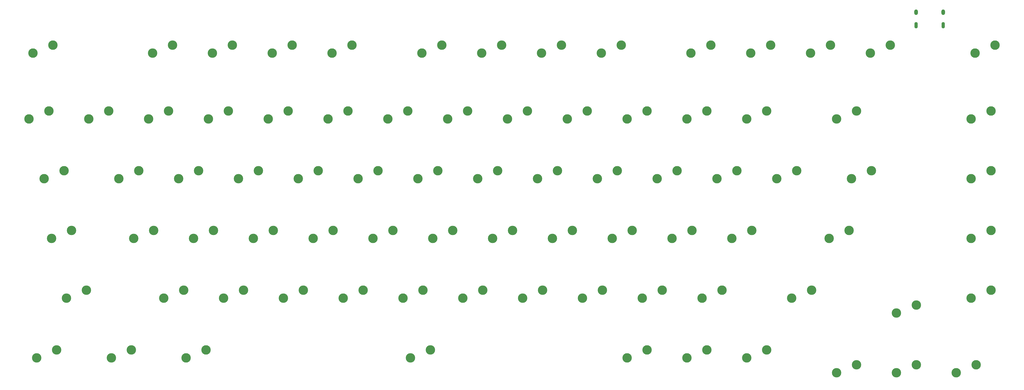
<source format=gbr>
%TF.GenerationSoftware,KiCad,Pcbnew,8.0.8*%
%TF.CreationDate,2025-06-27T17:20:43+08:00*%
%TF.ProjectId,KeyBoard,4b657942-6f61-4726-942e-6b696361645f,rev?*%
%TF.SameCoordinates,Original*%
%TF.FileFunction,Soldermask,Top*%
%TF.FilePolarity,Negative*%
%FSLAX46Y46*%
G04 Gerber Fmt 4.6, Leading zero omitted, Abs format (unit mm)*
G04 Created by KiCad (PCBNEW 8.0.8) date 2025-06-27 17:20:43*
%MOMM*%
%LPD*%
G01*
G04 APERTURE LIST*
%ADD10C,0.012500*%
%ADD11C,3.000000*%
%ADD12O,1.199000X1.801000*%
%ADD13O,1.100000X1.999000*%
G04 APERTURE END LIST*
D10*
%TO.C,KEY42*%
X426399650Y-78749600D03*
X431479650Y-78749600D03*
X421319650Y-78749600D03*
D11*
X422589650Y-76209600D03*
X428939650Y-73669600D03*
%TD*%
D10*
%TO.C,KEY10*%
X545461800Y-12074400D03*
X540381800Y-12074400D03*
X550541800Y-12074400D03*
D11*
X549271800Y-14614400D03*
X542921800Y-17154400D03*
%TD*%
D10*
%TO.C,KEY3*%
X616899650Y-40649600D03*
X621979650Y-40649600D03*
X611819650Y-40649600D03*
D11*
X613089650Y-38109600D03*
X619439650Y-35569600D03*
%TD*%
D10*
%TO.C,KEY47*%
X393061775Y-12074400D03*
X387981775Y-12074400D03*
X398141775Y-12074400D03*
D11*
X396871775Y-14614400D03*
X390521775Y-17154400D03*
%TD*%
D10*
%TO.C,KEY77*%
X593086650Y-102562300D03*
X598166650Y-102562300D03*
X588006650Y-102562300D03*
D11*
X589276650Y-100022300D03*
X595626650Y-97482300D03*
%TD*%
D10*
%TO.C,KEY76*%
X512124650Y-97799800D03*
X517204650Y-97799800D03*
X507044650Y-97799800D03*
D11*
X508314650Y-95259800D03*
X514664650Y-92719800D03*
%TD*%
D10*
%TO.C,KEY53*%
X397824150Y-97799800D03*
X402904150Y-97799800D03*
X392744150Y-97799800D03*
D11*
X394014150Y-95259800D03*
X400364150Y-92719800D03*
%TD*%
D10*
%TO.C,KEY61*%
X359724150Y-97799800D03*
X364804150Y-97799800D03*
X354644150Y-97799800D03*
D11*
X355914150Y-95259800D03*
X362264150Y-92719800D03*
%TD*%
D10*
%TO.C,KEY13*%
X574036650Y-40649600D03*
X579116650Y-40649600D03*
X568956650Y-40649600D03*
D11*
X570226650Y-38109600D03*
X576576650Y-35569600D03*
%TD*%
D10*
%TO.C,KEY45*%
X354961775Y-12074400D03*
X349881775Y-12074400D03*
X360041775Y-12074400D03*
D11*
X358771775Y-14614400D03*
X352421775Y-17154400D03*
%TD*%
D10*
%TO.C,KEY35*%
X474024650Y-97799800D03*
X479104650Y-97799800D03*
X468944650Y-97799800D03*
D11*
X470214650Y-95259800D03*
X476564650Y-92719800D03*
%TD*%
D10*
%TO.C,KEY4*%
X616899075Y-12074400D03*
X611819075Y-12074400D03*
X621979075Y-12074400D03*
D11*
X620709075Y-14614400D03*
X614359075Y-17154400D03*
%TD*%
D10*
%TO.C,KEY34*%
X483549650Y-78749600D03*
X488629650Y-78749600D03*
X478469650Y-78749600D03*
D11*
X479739650Y-76209600D03*
X486089650Y-73669600D03*
%TD*%
D10*
%TO.C,KEY28*%
X497836800Y-12074400D03*
X492756800Y-12074400D03*
X502916800Y-12074400D03*
D11*
X501646800Y-14614400D03*
X495296800Y-17154400D03*
%TD*%
D10*
%TO.C,KEY59*%
X383536650Y-59699600D03*
X388616650Y-59699600D03*
X378456650Y-59699600D03*
D11*
X379726650Y-57159600D03*
X386076650Y-54619600D03*
%TD*%
D10*
%TO.C,KEY64*%
X354961650Y-40649600D03*
X360041650Y-40649600D03*
X349881650Y-40649600D03*
D11*
X351151650Y-38109600D03*
X357501650Y-35569600D03*
%TD*%
D10*
%TO.C,KEY5*%
X616899650Y-97799800D03*
X621979650Y-97799800D03*
X611819650Y-97799800D03*
D11*
X613089650Y-95259800D03*
X619439650Y-92719800D03*
%TD*%
D10*
%TO.C,KEY73*%
X438305650Y-116849780D03*
X443385650Y-116849780D03*
X433225650Y-116849780D03*
D11*
X434495650Y-114309780D03*
X440845650Y-111769780D03*
%TD*%
D10*
%TO.C,KEY63*%
X364486650Y-59699600D03*
X369566650Y-59699600D03*
X359406650Y-59699600D03*
D11*
X360676650Y-57159600D03*
X367026650Y-54619600D03*
%TD*%
D10*
%TO.C,KEY29*%
X488311650Y-40649600D03*
X493391650Y-40649600D03*
X483231650Y-40649600D03*
D11*
X484501650Y-38109600D03*
X490851650Y-35569600D03*
%TD*%
D10*
%TO.C,KEY41*%
X435924650Y-97799800D03*
X441004650Y-97799800D03*
X430844650Y-97799800D03*
D11*
X432114650Y-95259800D03*
X438464650Y-92719800D03*
%TD*%
D10*
%TO.C,KEY49*%
X416874650Y-97799800D03*
X421954650Y-97799800D03*
X411794650Y-97799800D03*
D11*
X413064650Y-95259800D03*
X419414650Y-92719800D03*
%TD*%
D10*
%TO.C,KEY54*%
X388299150Y-78749600D03*
X393379150Y-78749600D03*
X383219150Y-78749600D03*
D11*
X384489150Y-76209600D03*
X390839150Y-73669600D03*
%TD*%
D10*
%TO.C,KEY2*%
X616899650Y-59699600D03*
X621979650Y-59699600D03*
X611819650Y-59699600D03*
D11*
X613089650Y-57159600D03*
X619439650Y-54619600D03*
%TD*%
D10*
%TO.C,KEY24*%
X502599650Y-78749600D03*
X507679650Y-78749600D03*
X497519650Y-78749600D03*
D11*
X498789650Y-76209600D03*
X505139650Y-73669600D03*
%TD*%
D10*
%TO.C,KEY69*%
X366867950Y-116849780D03*
X371947950Y-116849780D03*
X361787950Y-116849780D03*
D11*
X363057950Y-114309780D03*
X369407950Y-111769780D03*
%TD*%
D10*
%TO.C,KEY71*%
X319243050Y-116849780D03*
X324323050Y-116849780D03*
X314163050Y-116849780D03*
D11*
X315433050Y-114309780D03*
X321783050Y-111769780D03*
%TD*%
D10*
%TO.C,KEY1*%
X616899650Y-78749600D03*
X621979650Y-78749600D03*
X611819650Y-78749600D03*
D11*
X613089650Y-76209600D03*
X619439650Y-73669600D03*
%TD*%
D10*
%TO.C,KEY81*%
X345436650Y-59699600D03*
X350516650Y-59699600D03*
X340356650Y-59699600D03*
D11*
X341626650Y-57159600D03*
X347976650Y-54619600D03*
%TD*%
D10*
%TO.C,KEY62*%
X350199150Y-78749600D03*
X355279150Y-78749600D03*
X345119150Y-78749600D03*
D11*
X346389150Y-76209600D03*
X352739150Y-73669600D03*
%TD*%
D10*
%TO.C,KEY66*%
X321624350Y-59699600D03*
X326704350Y-59699600D03*
X316544350Y-59699600D03*
D11*
X317814350Y-57159600D03*
X324164350Y-54619600D03*
%TD*%
D10*
%TO.C,KEY15*%
X526411650Y-40649600D03*
X531491650Y-40649600D03*
X521331650Y-40649600D03*
D11*
X522601650Y-38109600D03*
X528951650Y-35569600D03*
%TD*%
D10*
%TO.C,KEY30*%
X497836650Y-59699600D03*
X502916650Y-59699600D03*
X492756650Y-59699600D03*
D11*
X494026650Y-57159600D03*
X500376650Y-54619600D03*
%TD*%
D10*
%TO.C,KEY9*%
X526412075Y-12074400D03*
X521332075Y-12074400D03*
X531492075Y-12074400D03*
D11*
X530222075Y-14614400D03*
X523872075Y-17154400D03*
%TD*%
D10*
%TO.C,KEY14*%
X545461650Y-40649600D03*
X550541650Y-40649600D03*
X540381650Y-40649600D03*
D11*
X541651650Y-38109600D03*
X548001650Y-35569600D03*
%TD*%
D10*
%TO.C,KEY72*%
X328768050Y-97799800D03*
X333848050Y-97799800D03*
X323688050Y-97799800D03*
D11*
X324958050Y-95259800D03*
X331308050Y-92719800D03*
%TD*%
D10*
%TO.C,KEY38*%
X445449650Y-78749600D03*
X450529650Y-78749600D03*
X440369650Y-78749600D03*
D11*
X441639650Y-76209600D03*
X447989650Y-73669600D03*
%TD*%
D10*
%TO.C,KEY36*%
X464499650Y-78749600D03*
X469579650Y-78749600D03*
X459419650Y-78749600D03*
D11*
X460689650Y-76209600D03*
X467039650Y-73669600D03*
%TD*%
D10*
%TO.C,KEY57*%
X378774150Y-97799800D03*
X383854150Y-97799800D03*
X373694150Y-97799800D03*
D11*
X374964150Y-95259800D03*
X381314150Y-92719800D03*
%TD*%
D10*
%TO.C,KEY60*%
X374011650Y-40649600D03*
X379091650Y-40649600D03*
X368931650Y-40649600D03*
D11*
X370201650Y-38109600D03*
X376551650Y-35569600D03*
%TD*%
D10*
%TO.C,KEY16*%
X507361650Y-40649600D03*
X512441650Y-40649600D03*
X502281650Y-40649600D03*
D11*
X503551650Y-38109600D03*
X509901650Y-35569600D03*
%TD*%
D10*
%TO.C,KEY82*%
X335911525Y-40649600D03*
X340991525Y-40649600D03*
X330831525Y-40649600D03*
D11*
X332101525Y-38109600D03*
X338451525Y-35569600D03*
%TD*%
D10*
%TO.C,KEY20*%
X516886650Y-59699600D03*
X521966650Y-59699600D03*
X511806650Y-59699600D03*
D11*
X513076650Y-57159600D03*
X519426650Y-54619600D03*
%TD*%
D10*
%TO.C,KEY40*%
X450211650Y-40649600D03*
X455291650Y-40649600D03*
X445131650Y-40649600D03*
D11*
X446401650Y-38109600D03*
X452751650Y-35569600D03*
%TD*%
D10*
%TO.C,KEY78*%
X545461650Y-116849780D03*
X550541650Y-116849780D03*
X540381650Y-116849780D03*
D11*
X541651650Y-114309780D03*
X548001650Y-111769780D03*
%TD*%
D10*
%TO.C,KEY23*%
X521649650Y-78749600D03*
X526729650Y-78749600D03*
X516569650Y-78749600D03*
D11*
X517839650Y-76209600D03*
X524189650Y-73669600D03*
%TD*%
D10*
%TO.C,KEY75*%
X531174650Y-97799800D03*
X536254650Y-97799800D03*
X526094650Y-97799800D03*
D11*
X527364650Y-95259800D03*
X533714650Y-92719800D03*
%TD*%
D10*
%TO.C,KEY65*%
X324005550Y-78749600D03*
X329085550Y-78749600D03*
X318925550Y-78749600D03*
D11*
X320195550Y-76209600D03*
X326545550Y-73669600D03*
%TD*%
D10*
%TO.C,KEY48*%
X412110950Y-12074400D03*
X407030950Y-12074400D03*
X417190950Y-12074400D03*
D11*
X415920950Y-14614400D03*
X409570950Y-17154400D03*
%TD*%
D10*
%TO.C,KEY27*%
X478786800Y-12074400D03*
X473706800Y-12074400D03*
X483866800Y-12074400D03*
D11*
X482596800Y-14614400D03*
X476246800Y-17154400D03*
%TD*%
D10*
%TO.C,KEY33*%
X469261650Y-40649600D03*
X474341650Y-40649600D03*
X464181650Y-40649600D03*
D11*
X465451650Y-38109600D03*
X471801650Y-35569600D03*
%TD*%
D10*
%TO.C,KEY80*%
X507361650Y-116849780D03*
X512441650Y-116849780D03*
X502281650Y-116849780D03*
D11*
X503551650Y-114309780D03*
X509901650Y-111769780D03*
%TD*%
D10*
%TO.C,KEY25*%
X440686800Y-12074400D03*
X435606800Y-12074400D03*
X445766800Y-12074400D03*
D11*
X444496800Y-14614400D03*
X438146800Y-17154400D03*
%TD*%
D10*
%TO.C,KEY31*%
X493074650Y-97799800D03*
X498154650Y-97799800D03*
X487994650Y-97799800D03*
D11*
X489264650Y-95259800D03*
X495614650Y-92719800D03*
%TD*%
D10*
%TO.C,KEY70*%
X343055450Y-116849780D03*
X348135450Y-116849780D03*
X337975450Y-116849780D03*
D11*
X339245450Y-114309780D03*
X345595450Y-111769780D03*
%TD*%
D10*
%TO.C,KEY56*%
X393061650Y-40649600D03*
X398141650Y-40649600D03*
X387981650Y-40649600D03*
D11*
X389251650Y-38109600D03*
X395601650Y-35569600D03*
%TD*%
D10*
%TO.C,KEY12*%
X583561800Y-12074400D03*
X578481800Y-12074400D03*
X588641800Y-12074400D03*
D11*
X587371800Y-14614400D03*
X581021800Y-17154400D03*
%TD*%
D10*
%TO.C,KEY18*%
X554986650Y-59699600D03*
X560066650Y-59699600D03*
X549906650Y-59699600D03*
D11*
X551176650Y-57159600D03*
X557526650Y-54619600D03*
%TD*%
D10*
%TO.C,KEY6*%
X612136650Y-121612270D03*
X617216650Y-121612270D03*
X607056650Y-121612270D03*
D11*
X608326650Y-119072270D03*
X614676650Y-116532270D03*
%TD*%
D10*
%TO.C,KEY74*%
X559749650Y-97799800D03*
X564829650Y-97799800D03*
X554669650Y-97799800D03*
D11*
X555939650Y-95259800D03*
X562289650Y-92719800D03*
%TD*%
D10*
%TO.C,KEY37*%
X454974650Y-97799800D03*
X460054650Y-97799800D03*
X449894650Y-97799800D03*
D11*
X451164650Y-95259800D03*
X457514650Y-92719800D03*
%TD*%
D10*
%TO.C,KEY17*%
X578799650Y-59699600D03*
X583879650Y-59699600D03*
X573719650Y-59699600D03*
D11*
X574989650Y-57159600D03*
X581339650Y-54619600D03*
%TD*%
D10*
%TO.C,KEY22*%
X540699650Y-78749600D03*
X545779650Y-78749600D03*
X535619650Y-78749600D03*
D11*
X536889650Y-76209600D03*
X543239650Y-73669600D03*
%TD*%
D10*
%TO.C,KEY79*%
X526411650Y-116849780D03*
X531491650Y-116849780D03*
X521331650Y-116849780D03*
D11*
X522601650Y-114309780D03*
X528951650Y-111769780D03*
%TD*%
D10*
%TO.C,KEY19*%
X535936650Y-59699600D03*
X541016650Y-59699600D03*
X530856650Y-59699600D03*
D11*
X532126650Y-57159600D03*
X538476650Y-54619600D03*
%TD*%
D10*
%TO.C,KEY7*%
X593086650Y-121612270D03*
X598166650Y-121612270D03*
X588006650Y-121612270D03*
D11*
X589276650Y-119072270D03*
X595626650Y-116532270D03*
%TD*%
D10*
%TO.C,KEY11*%
X564512075Y-12074400D03*
X559432075Y-12074400D03*
X569592075Y-12074400D03*
D11*
X568322075Y-14614400D03*
X561972075Y-17154400D03*
%TD*%
D10*
%TO.C,KEY67*%
X316861725Y-40649600D03*
X321941725Y-40649600D03*
X311781725Y-40649600D03*
D11*
X313051725Y-38109600D03*
X319401725Y-35569600D03*
%TD*%
D10*
%TO.C,KEY68*%
X316861725Y-12074400D03*
X311781725Y-12074400D03*
X321941725Y-12074400D03*
D11*
X320671725Y-14614400D03*
X314321725Y-17154400D03*
%TD*%
D10*
%TO.C,KEY52*%
X412111650Y-40649600D03*
X417191650Y-40649600D03*
X407031650Y-40649600D03*
D11*
X408301650Y-38109600D03*
X414651650Y-35569600D03*
%TD*%
D10*
%TO.C,KEY26*%
X459737075Y-12074400D03*
X454657075Y-12074400D03*
X464817075Y-12074400D03*
D11*
X463547075Y-14614400D03*
X457197075Y-17154400D03*
%TD*%
D10*
%TO.C,KEY44*%
X431161650Y-40649600D03*
X436241650Y-40649600D03*
X426081650Y-40649600D03*
D11*
X427351650Y-38109600D03*
X433701650Y-35569600D03*
%TD*%
D10*
%TO.C,KEY21*%
X571655650Y-78749600D03*
X576735650Y-78749600D03*
X566575650Y-78749600D03*
D11*
X567845650Y-76209600D03*
X574195650Y-73669600D03*
%TD*%
D10*
%TO.C,KEY51*%
X421636650Y-59699600D03*
X426716650Y-59699600D03*
X416556650Y-59699600D03*
D11*
X417826650Y-57159600D03*
X424176650Y-54619600D03*
%TD*%
D10*
%TO.C,KEY58*%
X369249150Y-78749600D03*
X374329150Y-78749600D03*
X364169150Y-78749600D03*
D11*
X365439150Y-76209600D03*
X371789150Y-73669600D03*
%TD*%
D10*
%TO.C,KEY32*%
X478786650Y-59699600D03*
X483866650Y-59699600D03*
X473706650Y-59699600D03*
D11*
X474976650Y-57159600D03*
X481326650Y-54619600D03*
%TD*%
D12*
%TO.C,USBC1*%
X595529500Y-4066000D03*
D13*
X595529500Y-8264500D03*
D12*
X604170500Y-4066000D03*
D13*
X604170500Y-8264500D03*
%TD*%
D10*
%TO.C,KEY39*%
X459736650Y-59699600D03*
X464816650Y-59699600D03*
X454656650Y-59699600D03*
D11*
X455926650Y-57159600D03*
X462276650Y-54619600D03*
%TD*%
D10*
%TO.C,KEY55*%
X402586650Y-59699600D03*
X407666650Y-59699600D03*
X397506650Y-59699600D03*
D11*
X398776650Y-57159600D03*
X405126650Y-54619600D03*
%TD*%
D10*
%TO.C,KEY8*%
X574036650Y-121612270D03*
X579116650Y-121612270D03*
X568956650Y-121612270D03*
D11*
X570226650Y-119072270D03*
X576576650Y-116532270D03*
%TD*%
D10*
%TO.C,KEY50*%
X407349650Y-78749600D03*
X412429650Y-78749600D03*
X402269650Y-78749600D03*
D11*
X403539650Y-76209600D03*
X409889650Y-73669600D03*
%TD*%
D10*
%TO.C,KEY46*%
X374011650Y-12074400D03*
X368931650Y-12074400D03*
X379091650Y-12074400D03*
D11*
X377821650Y-14614400D03*
X371471650Y-17154400D03*
%TD*%
D10*
%TO.C,KEY43*%
X440686650Y-59699600D03*
X445766650Y-59699600D03*
X435606650Y-59699600D03*
D11*
X436876650Y-57159600D03*
X443226650Y-54619600D03*
%TD*%
M02*

</source>
